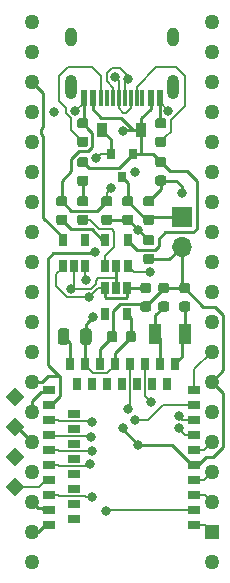
<source format=gbr>
G04 #@! TF.GenerationSoftware,KiCad,Pcbnew,(5.1.8)-1*
G04 #@! TF.CreationDate,2021-06-12T10:53:30+02:00*
G04 #@! TF.ProjectId,BlueMacro,426c7565-4d61-4637-926f-2e6b69636164,rev?*
G04 #@! TF.SameCoordinates,Original*
G04 #@! TF.FileFunction,Copper,L1,Top*
G04 #@! TF.FilePolarity,Positive*
%FSLAX46Y46*%
G04 Gerber Fmt 4.6, Leading zero omitted, Abs format (unit mm)*
G04 Created by KiCad (PCBNEW (5.1.8)-1) date 2021-06-12 10:53:30*
%MOMM*%
%LPD*%
G01*
G04 APERTURE LIST*
G04 #@! TA.AperFunction,ComponentPad*
%ADD10R,0.650000X1.000000*%
G04 #@! TD*
G04 #@! TA.AperFunction,ComponentPad*
%ADD11R,1.000000X0.650000*%
G04 #@! TD*
G04 #@! TA.AperFunction,SMDPad,CuDef*
%ADD12R,0.650000X1.000000*%
G04 #@! TD*
G04 #@! TA.AperFunction,SMDPad,CuDef*
%ADD13R,1.000000X0.650000*%
G04 #@! TD*
G04 #@! TA.AperFunction,WasherPad*
%ADD14C,1.270000*%
G04 #@! TD*
G04 #@! TA.AperFunction,ComponentPad*
%ADD15C,1.270000*%
G04 #@! TD*
G04 #@! TA.AperFunction,ComponentPad*
%ADD16R,1.250000X1.250000*%
G04 #@! TD*
G04 #@! TA.AperFunction,SMDPad,CuDef*
%ADD17R,0.900000X1.200000*%
G04 #@! TD*
G04 #@! TA.AperFunction,ComponentPad*
%ADD18R,1.700000X1.700000*%
G04 #@! TD*
G04 #@! TA.AperFunction,ComponentPad*
%ADD19O,1.700000X1.700000*%
G04 #@! TD*
G04 #@! TA.AperFunction,ComponentPad*
%ADD20O,1.000000X1.600000*%
G04 #@! TD*
G04 #@! TA.AperFunction,ComponentPad*
%ADD21O,1.000000X2.100000*%
G04 #@! TD*
G04 #@! TA.AperFunction,SMDPad,CuDef*
%ADD22R,0.300000X1.450000*%
G04 #@! TD*
G04 #@! TA.AperFunction,SMDPad,CuDef*
%ADD23R,0.600000X1.450000*%
G04 #@! TD*
G04 #@! TA.AperFunction,SMDPad,CuDef*
%ADD24R,0.800000X0.900000*%
G04 #@! TD*
G04 #@! TA.AperFunction,SMDPad,CuDef*
%ADD25R,0.650000X1.060000*%
G04 #@! TD*
G04 #@! TA.AperFunction,SMDPad,CuDef*
%ADD26R,1.000000X1.800000*%
G04 #@! TD*
G04 #@! TA.AperFunction,ComponentPad*
%ADD27C,0.100000*%
G04 #@! TD*
G04 #@! TA.AperFunction,ViaPad*
%ADD28C,0.800000*%
G04 #@! TD*
G04 #@! TA.AperFunction,Conductor*
%ADD29C,0.250000*%
G04 #@! TD*
G04 #@! TA.AperFunction,Conductor*
%ADD30C,0.200000*%
G04 #@! TD*
G04 APERTURE END LIST*
D10*
X48283000Y-58607000D03*
X44473000Y-58607000D03*
X45743000Y-58607000D03*
X49553000Y-58607000D03*
X47013000Y-58607000D03*
X52093000Y-58607000D03*
X50823000Y-58607000D03*
D11*
X44219000Y-70037000D03*
X44219000Y-68767000D03*
X44219000Y-67497000D03*
X44219000Y-66227000D03*
X44219000Y-64957000D03*
X44219000Y-63687000D03*
X44219000Y-62417000D03*
D12*
X47650000Y-56896000D03*
X43840000Y-56896000D03*
X48920000Y-56896000D03*
X50190000Y-56896000D03*
X51460000Y-56896000D03*
X46380000Y-56896000D03*
X52730000Y-56896000D03*
X45110000Y-56896000D03*
D13*
X42141000Y-59115000D03*
X42141000Y-60385000D03*
X42141000Y-65465000D03*
X42141000Y-61655000D03*
X42141000Y-66735000D03*
X42141000Y-68005000D03*
X42141000Y-69275000D03*
X42141000Y-64195000D03*
X42141000Y-70545000D03*
X42141000Y-62925000D03*
X54379000Y-70545000D03*
X54379000Y-69275000D03*
X54379000Y-68005000D03*
X54379000Y-66735000D03*
X54379000Y-65465000D03*
X54379000Y-64195000D03*
X54379000Y-62925000D03*
X54379000Y-61655000D03*
X54379000Y-60385000D03*
X54379000Y-59115000D03*
D11*
X44219000Y-61147000D03*
D14*
X55880000Y-27940000D03*
X40640000Y-27940000D03*
X55880000Y-73660000D03*
X40640000Y-73660000D03*
D15*
X40640000Y-71120000D03*
X40640000Y-68580000D03*
X40640000Y-66040000D03*
X40640000Y-63500000D03*
X40640000Y-60960000D03*
X40640000Y-53340000D03*
X40640000Y-50800000D03*
X40640000Y-48260000D03*
X40640000Y-55880000D03*
X40640000Y-58420000D03*
D16*
X55880000Y-71120000D03*
D15*
X55880000Y-68580000D03*
X55880000Y-66040000D03*
X55880000Y-63500000D03*
X55880000Y-60960000D03*
X55880000Y-58420000D03*
X55880000Y-55880000D03*
X55880000Y-53340000D03*
X55880000Y-50800000D03*
X55880000Y-48260000D03*
X55880000Y-45720000D03*
X55880000Y-43180000D03*
X40640000Y-45720000D03*
X40640000Y-43180000D03*
X40640000Y-40640000D03*
X40640000Y-38100000D03*
X40640000Y-35560000D03*
X40640000Y-33020000D03*
X40640000Y-30480000D03*
X55880000Y-30480000D03*
X55880000Y-33020000D03*
X55880000Y-35560000D03*
X55880000Y-38100000D03*
X55880000Y-40640000D03*
D17*
X46610000Y-37084000D03*
X49910000Y-37084000D03*
D18*
X53340000Y-44450000D03*
D19*
X53340000Y-46990000D03*
D20*
X43940000Y-29270000D03*
X52580000Y-29270000D03*
D21*
X43940000Y-33450000D03*
X52580000Y-33450000D03*
D22*
X48510000Y-34365000D03*
X48010000Y-34365000D03*
X47510000Y-34365000D03*
X49010000Y-34365000D03*
X47010000Y-34365000D03*
X49510000Y-34365000D03*
X46510000Y-34365000D03*
X50010000Y-34365000D03*
D23*
X50710000Y-34365000D03*
X45810000Y-34365000D03*
X51485000Y-34365000D03*
X45035000Y-34365000D03*
G04 #@! TA.AperFunction,SMDPad,CuDef*
G36*
G01*
X42849500Y-55066250D02*
X42849500Y-54153750D01*
G75*
G02*
X43093250Y-53910000I243750J0D01*
G01*
X43580750Y-53910000D01*
G75*
G02*
X43824500Y-54153750I0J-243750D01*
G01*
X43824500Y-55066250D01*
G75*
G02*
X43580750Y-55310000I-243750J0D01*
G01*
X43093250Y-55310000D01*
G75*
G02*
X42849500Y-55066250I0J243750D01*
G01*
G37*
G04 #@! TD.AperFunction*
G04 #@! TA.AperFunction,SMDPad,CuDef*
G36*
G01*
X44724500Y-55066250D02*
X44724500Y-54153750D01*
G75*
G02*
X44968250Y-53910000I243750J0D01*
G01*
X45455750Y-53910000D01*
G75*
G02*
X45699500Y-54153750I0J-243750D01*
G01*
X45699500Y-55066250D01*
G75*
G02*
X45455750Y-55310000I-243750J0D01*
G01*
X44968250Y-55310000D01*
G75*
G02*
X44724500Y-55066250I0J243750D01*
G01*
G37*
G04 #@! TD.AperFunction*
D24*
X49210000Y-39132000D03*
X47310000Y-39132000D03*
X48260000Y-41132000D03*
D25*
X46850260Y-46398000D03*
X48750260Y-46398000D03*
X48750260Y-48598000D03*
X47800260Y-48598000D03*
X46850260Y-48598000D03*
X48702000Y-50505000D03*
X47752000Y-50505000D03*
X46802000Y-50505000D03*
X46802000Y-52705000D03*
X48702000Y-52705000D03*
D26*
X53594000Y-54356000D03*
X51094000Y-54356000D03*
G04 #@! TA.AperFunction,ComponentPad*
D27*
G36*
X39243000Y-60467817D02*
G01*
X38465183Y-59690000D01*
X39243000Y-58912183D01*
X40020817Y-59690000D01*
X39243000Y-60467817D01*
G37*
G04 #@! TD.AperFunction*
G04 #@! TA.AperFunction,ComponentPad*
G36*
X39243000Y-63007817D02*
G01*
X38465183Y-62230000D01*
X39243000Y-61452183D01*
X40020817Y-62230000D01*
X39243000Y-63007817D01*
G37*
G04 #@! TD.AperFunction*
G04 #@! TA.AperFunction,ComponentPad*
G36*
X39243000Y-65547817D02*
G01*
X38465183Y-64770000D01*
X39243000Y-63992183D01*
X40020817Y-64770000D01*
X39243000Y-65547817D01*
G37*
G04 #@! TD.AperFunction*
G04 #@! TA.AperFunction,ComponentPad*
G36*
X39243000Y-68087817D02*
G01*
X38465183Y-67310000D01*
X39243000Y-66532183D01*
X40020817Y-67310000D01*
X39243000Y-68087817D01*
G37*
G04 #@! TD.AperFunction*
D25*
X43246000Y-48598000D03*
X44196000Y-48598000D03*
X45146000Y-48598000D03*
X45146000Y-46398000D03*
X43246000Y-46398000D03*
G04 #@! TA.AperFunction,SMDPad,CuDef*
G36*
G01*
X53850250Y-50932500D02*
X53337750Y-50932500D01*
G75*
G02*
X53119000Y-50713750I0J218750D01*
G01*
X53119000Y-50276250D01*
G75*
G02*
X53337750Y-50057500I218750J0D01*
G01*
X53850250Y-50057500D01*
G75*
G02*
X54069000Y-50276250I0J-218750D01*
G01*
X54069000Y-50713750D01*
G75*
G02*
X53850250Y-50932500I-218750J0D01*
G01*
G37*
G04 #@! TD.AperFunction*
G04 #@! TA.AperFunction,SMDPad,CuDef*
G36*
G01*
X53850250Y-52507500D02*
X53337750Y-52507500D01*
G75*
G02*
X53119000Y-52288750I0J218750D01*
G01*
X53119000Y-51851250D01*
G75*
G02*
X53337750Y-51632500I218750J0D01*
G01*
X53850250Y-51632500D01*
G75*
G02*
X54069000Y-51851250I0J-218750D01*
G01*
X54069000Y-52288750D01*
G75*
G02*
X53850250Y-52507500I-218750J0D01*
G01*
G37*
G04 #@! TD.AperFunction*
G04 #@! TA.AperFunction,SMDPad,CuDef*
G36*
G01*
X52072250Y-52507500D02*
X51559750Y-52507500D01*
G75*
G02*
X51341000Y-52288750I0J218750D01*
G01*
X51341000Y-51851250D01*
G75*
G02*
X51559750Y-51632500I218750J0D01*
G01*
X52072250Y-51632500D01*
G75*
G02*
X52291000Y-51851250I0J-218750D01*
G01*
X52291000Y-52288750D01*
G75*
G02*
X52072250Y-52507500I-218750J0D01*
G01*
G37*
G04 #@! TD.AperFunction*
G04 #@! TA.AperFunction,SMDPad,CuDef*
G36*
G01*
X52072250Y-50932500D02*
X51559750Y-50932500D01*
G75*
G02*
X51341000Y-50713750I0J218750D01*
G01*
X51341000Y-50276250D01*
G75*
G02*
X51559750Y-50057500I218750J0D01*
G01*
X52072250Y-50057500D01*
G75*
G02*
X52291000Y-50276250I0J-218750D01*
G01*
X52291000Y-50713750D01*
G75*
G02*
X52072250Y-50932500I-218750J0D01*
G01*
G37*
G04 #@! TD.AperFunction*
G04 #@! TA.AperFunction,SMDPad,CuDef*
G36*
G01*
X50035750Y-50057500D02*
X50548250Y-50057500D01*
G75*
G02*
X50767000Y-50276250I0J-218750D01*
G01*
X50767000Y-50713750D01*
G75*
G02*
X50548250Y-50932500I-218750J0D01*
G01*
X50035750Y-50932500D01*
G75*
G02*
X49817000Y-50713750I0J218750D01*
G01*
X49817000Y-50276250D01*
G75*
G02*
X50035750Y-50057500I218750J0D01*
G01*
G37*
G04 #@! TD.AperFunction*
G04 #@! TA.AperFunction,SMDPad,CuDef*
G36*
G01*
X50035750Y-51632500D02*
X50548250Y-51632500D01*
G75*
G02*
X50767000Y-51851250I0J-218750D01*
G01*
X50767000Y-52288750D01*
G75*
G02*
X50548250Y-52507500I-218750J0D01*
G01*
X50035750Y-52507500D01*
G75*
G02*
X49817000Y-52288750I0J218750D01*
G01*
X49817000Y-51851250D01*
G75*
G02*
X50035750Y-51632500I218750J0D01*
G01*
G37*
G04 #@! TD.AperFunction*
G04 #@! TA.AperFunction,SMDPad,CuDef*
G36*
G01*
X50802250Y-45167000D02*
X50289750Y-45167000D01*
G75*
G02*
X50071000Y-44948250I0J218750D01*
G01*
X50071000Y-44510750D01*
G75*
G02*
X50289750Y-44292000I218750J0D01*
G01*
X50802250Y-44292000D01*
G75*
G02*
X51021000Y-44510750I0J-218750D01*
G01*
X51021000Y-44948250D01*
G75*
G02*
X50802250Y-45167000I-218750J0D01*
G01*
G37*
G04 #@! TD.AperFunction*
G04 #@! TA.AperFunction,SMDPad,CuDef*
G36*
G01*
X50802250Y-43592000D02*
X50289750Y-43592000D01*
G75*
G02*
X50071000Y-43373250I0J218750D01*
G01*
X50071000Y-42935750D01*
G75*
G02*
X50289750Y-42717000I218750J0D01*
G01*
X50802250Y-42717000D01*
G75*
G02*
X51021000Y-42935750I0J-218750D01*
G01*
X51021000Y-43373250D01*
G75*
G02*
X50802250Y-43592000I-218750J0D01*
G01*
G37*
G04 #@! TD.AperFunction*
G04 #@! TA.AperFunction,SMDPad,CuDef*
G36*
G01*
X47884500Y-54353750D02*
X47884500Y-54866250D01*
G75*
G02*
X47665750Y-55085000I-218750J0D01*
G01*
X47228250Y-55085000D01*
G75*
G02*
X47009500Y-54866250I0J218750D01*
G01*
X47009500Y-54353750D01*
G75*
G02*
X47228250Y-54135000I218750J0D01*
G01*
X47665750Y-54135000D01*
G75*
G02*
X47884500Y-54353750I0J-218750D01*
G01*
G37*
G04 #@! TD.AperFunction*
G04 #@! TA.AperFunction,SMDPad,CuDef*
G36*
G01*
X49459500Y-54353750D02*
X49459500Y-54866250D01*
G75*
G02*
X49240750Y-55085000I-218750J0D01*
G01*
X48803250Y-55085000D01*
G75*
G02*
X48584500Y-54866250I0J218750D01*
G01*
X48584500Y-54353750D01*
G75*
G02*
X48803250Y-54135000I218750J0D01*
G01*
X49240750Y-54135000D01*
G75*
G02*
X49459500Y-54353750I0J-218750D01*
G01*
G37*
G04 #@! TD.AperFunction*
G04 #@! TA.AperFunction,SMDPad,CuDef*
G36*
G01*
X47246250Y-43592000D02*
X46733750Y-43592000D01*
G75*
G02*
X46515000Y-43373250I0J218750D01*
G01*
X46515000Y-42935750D01*
G75*
G02*
X46733750Y-42717000I218750J0D01*
G01*
X47246250Y-42717000D01*
G75*
G02*
X47465000Y-42935750I0J-218750D01*
G01*
X47465000Y-43373250D01*
G75*
G02*
X47246250Y-43592000I-218750J0D01*
G01*
G37*
G04 #@! TD.AperFunction*
G04 #@! TA.AperFunction,SMDPad,CuDef*
G36*
G01*
X47246250Y-45167000D02*
X46733750Y-45167000D01*
G75*
G02*
X46515000Y-44948250I0J218750D01*
G01*
X46515000Y-44510750D01*
G75*
G02*
X46733750Y-44292000I218750J0D01*
G01*
X47246250Y-44292000D01*
G75*
G02*
X47465000Y-44510750I0J-218750D01*
G01*
X47465000Y-44948250D01*
G75*
G02*
X47246250Y-45167000I-218750J0D01*
G01*
G37*
G04 #@! TD.AperFunction*
G04 #@! TA.AperFunction,SMDPad,CuDef*
G36*
G01*
X45214250Y-41865000D02*
X44701750Y-41865000D01*
G75*
G02*
X44483000Y-41646250I0J218750D01*
G01*
X44483000Y-41208750D01*
G75*
G02*
X44701750Y-40990000I218750J0D01*
G01*
X45214250Y-40990000D01*
G75*
G02*
X45433000Y-41208750I0J-218750D01*
G01*
X45433000Y-41646250D01*
G75*
G02*
X45214250Y-41865000I-218750J0D01*
G01*
G37*
G04 #@! TD.AperFunction*
G04 #@! TA.AperFunction,SMDPad,CuDef*
G36*
G01*
X45214250Y-40290000D02*
X44701750Y-40290000D01*
G75*
G02*
X44483000Y-40071250I0J218750D01*
G01*
X44483000Y-39633750D01*
G75*
G02*
X44701750Y-39415000I218750J0D01*
G01*
X45214250Y-39415000D01*
G75*
G02*
X45433000Y-39633750I0J-218750D01*
G01*
X45433000Y-40071250D01*
G75*
G02*
X45214250Y-40290000I-218750J0D01*
G01*
G37*
G04 #@! TD.AperFunction*
G04 #@! TA.AperFunction,SMDPad,CuDef*
G36*
G01*
X51305750Y-39389500D02*
X51818250Y-39389500D01*
G75*
G02*
X52037000Y-39608250I0J-218750D01*
G01*
X52037000Y-40045750D01*
G75*
G02*
X51818250Y-40264500I-218750J0D01*
G01*
X51305750Y-40264500D01*
G75*
G02*
X51087000Y-40045750I0J218750D01*
G01*
X51087000Y-39608250D01*
G75*
G02*
X51305750Y-39389500I218750J0D01*
G01*
G37*
G04 #@! TD.AperFunction*
G04 #@! TA.AperFunction,SMDPad,CuDef*
G36*
G01*
X51305750Y-40964500D02*
X51818250Y-40964500D01*
G75*
G02*
X52037000Y-41183250I0J-218750D01*
G01*
X52037000Y-41620750D01*
G75*
G02*
X51818250Y-41839500I-218750J0D01*
G01*
X51305750Y-41839500D01*
G75*
G02*
X51087000Y-41620750I0J218750D01*
G01*
X51087000Y-41183250D01*
G75*
G02*
X51305750Y-40964500I218750J0D01*
G01*
G37*
G04 #@! TD.AperFunction*
G04 #@! TA.AperFunction,SMDPad,CuDef*
G36*
G01*
X42923750Y-42717000D02*
X43436250Y-42717000D01*
G75*
G02*
X43655000Y-42935750I0J-218750D01*
G01*
X43655000Y-43373250D01*
G75*
G02*
X43436250Y-43592000I-218750J0D01*
G01*
X42923750Y-43592000D01*
G75*
G02*
X42705000Y-43373250I0J218750D01*
G01*
X42705000Y-42935750D01*
G75*
G02*
X42923750Y-42717000I218750J0D01*
G01*
G37*
G04 #@! TD.AperFunction*
G04 #@! TA.AperFunction,SMDPad,CuDef*
G36*
G01*
X42923750Y-44292000D02*
X43436250Y-44292000D01*
G75*
G02*
X43655000Y-44510750I0J-218750D01*
G01*
X43655000Y-44948250D01*
G75*
G02*
X43436250Y-45167000I-218750J0D01*
G01*
X42923750Y-45167000D01*
G75*
G02*
X42705000Y-44948250I0J218750D01*
G01*
X42705000Y-44510750D01*
G75*
G02*
X42923750Y-44292000I218750J0D01*
G01*
G37*
G04 #@! TD.AperFunction*
G04 #@! TA.AperFunction,SMDPad,CuDef*
G36*
G01*
X45214250Y-43592000D02*
X44701750Y-43592000D01*
G75*
G02*
X44483000Y-43373250I0J218750D01*
G01*
X44483000Y-42935750D01*
G75*
G02*
X44701750Y-42717000I218750J0D01*
G01*
X45214250Y-42717000D01*
G75*
G02*
X45433000Y-42935750I0J-218750D01*
G01*
X45433000Y-43373250D01*
G75*
G02*
X45214250Y-43592000I-218750J0D01*
G01*
G37*
G04 #@! TD.AperFunction*
G04 #@! TA.AperFunction,SMDPad,CuDef*
G36*
G01*
X45214250Y-45167000D02*
X44701750Y-45167000D01*
G75*
G02*
X44483000Y-44948250I0J218750D01*
G01*
X44483000Y-44510750D01*
G75*
G02*
X44701750Y-44292000I218750J0D01*
G01*
X45214250Y-44292000D01*
G75*
G02*
X45433000Y-44510750I0J-218750D01*
G01*
X45433000Y-44948250D01*
G75*
G02*
X45214250Y-45167000I-218750J0D01*
G01*
G37*
G04 #@! TD.AperFunction*
G04 #@! TA.AperFunction,SMDPad,CuDef*
G36*
G01*
X48511750Y-42717000D02*
X49024250Y-42717000D01*
G75*
G02*
X49243000Y-42935750I0J-218750D01*
G01*
X49243000Y-43373250D01*
G75*
G02*
X49024250Y-43592000I-218750J0D01*
G01*
X48511750Y-43592000D01*
G75*
G02*
X48293000Y-43373250I0J218750D01*
G01*
X48293000Y-42935750D01*
G75*
G02*
X48511750Y-42717000I218750J0D01*
G01*
G37*
G04 #@! TD.AperFunction*
G04 #@! TA.AperFunction,SMDPad,CuDef*
G36*
G01*
X48511750Y-44292000D02*
X49024250Y-44292000D01*
G75*
G02*
X49243000Y-44510750I0J-218750D01*
G01*
X49243000Y-44948250D01*
G75*
G02*
X49024250Y-45167000I-218750J0D01*
G01*
X48511750Y-45167000D01*
G75*
G02*
X48293000Y-44948250I0J218750D01*
G01*
X48293000Y-44510750D01*
G75*
G02*
X48511750Y-44292000I218750J0D01*
G01*
G37*
G04 #@! TD.AperFunction*
G04 #@! TA.AperFunction,SMDPad,CuDef*
G36*
G01*
X50289750Y-47594000D02*
X50802250Y-47594000D01*
G75*
G02*
X51021000Y-47812750I0J-218750D01*
G01*
X51021000Y-48250250D01*
G75*
G02*
X50802250Y-48469000I-218750J0D01*
G01*
X50289750Y-48469000D01*
G75*
G02*
X50071000Y-48250250I0J218750D01*
G01*
X50071000Y-47812750D01*
G75*
G02*
X50289750Y-47594000I218750J0D01*
G01*
G37*
G04 #@! TD.AperFunction*
G04 #@! TA.AperFunction,SMDPad,CuDef*
G36*
G01*
X50289750Y-46019000D02*
X50802250Y-46019000D01*
G75*
G02*
X51021000Y-46237750I0J-218750D01*
G01*
X51021000Y-46675250D01*
G75*
G02*
X50802250Y-46894000I-218750J0D01*
G01*
X50289750Y-46894000D01*
G75*
G02*
X50071000Y-46675250I0J218750D01*
G01*
X50071000Y-46237750D01*
G75*
G02*
X50289750Y-46019000I218750J0D01*
G01*
G37*
G04 #@! TD.AperFunction*
G04 #@! TA.AperFunction,SMDPad,CuDef*
G36*
G01*
X44701750Y-36113000D02*
X45214250Y-36113000D01*
G75*
G02*
X45433000Y-36331750I0J-218750D01*
G01*
X45433000Y-36769250D01*
G75*
G02*
X45214250Y-36988000I-218750J0D01*
G01*
X44701750Y-36988000D01*
G75*
G02*
X44483000Y-36769250I0J218750D01*
G01*
X44483000Y-36331750D01*
G75*
G02*
X44701750Y-36113000I218750J0D01*
G01*
G37*
G04 #@! TD.AperFunction*
G04 #@! TA.AperFunction,SMDPad,CuDef*
G36*
G01*
X44701750Y-37688000D02*
X45214250Y-37688000D01*
G75*
G02*
X45433000Y-37906750I0J-218750D01*
G01*
X45433000Y-38344250D01*
G75*
G02*
X45214250Y-38563000I-218750J0D01*
G01*
X44701750Y-38563000D01*
G75*
G02*
X44483000Y-38344250I0J218750D01*
G01*
X44483000Y-37906750D01*
G75*
G02*
X44701750Y-37688000I218750J0D01*
G01*
G37*
G04 #@! TD.AperFunction*
G04 #@! TA.AperFunction,SMDPad,CuDef*
G36*
G01*
X51305750Y-37688000D02*
X51818250Y-37688000D01*
G75*
G02*
X52037000Y-37906750I0J-218750D01*
G01*
X52037000Y-38344250D01*
G75*
G02*
X51818250Y-38563000I-218750J0D01*
G01*
X51305750Y-38563000D01*
G75*
G02*
X51087000Y-38344250I0J218750D01*
G01*
X51087000Y-37906750D01*
G75*
G02*
X51305750Y-37688000I218750J0D01*
G01*
G37*
G04 #@! TD.AperFunction*
G04 #@! TA.AperFunction,SMDPad,CuDef*
G36*
G01*
X51305750Y-36113000D02*
X51818250Y-36113000D01*
G75*
G02*
X52037000Y-36331750I0J-218750D01*
G01*
X52037000Y-36769250D01*
G75*
G02*
X51818250Y-36988000I-218750J0D01*
G01*
X51305750Y-36988000D01*
G75*
G02*
X51087000Y-36769250I0J218750D01*
G01*
X51087000Y-36331750D01*
G75*
G02*
X51305750Y-36113000I218750J0D01*
G01*
G37*
G04 #@! TD.AperFunction*
D28*
X53340000Y-42418000D03*
X52203831Y-35488064D03*
X44316172Y-35488067D03*
X43942000Y-50546000D03*
X47371000Y-42037000D03*
X49657000Y-63754000D03*
X48338011Y-62357000D03*
X46101000Y-39522400D03*
X45510218Y-51246002D03*
X50673000Y-49149000D03*
X45835649Y-52973684D03*
X49657000Y-45593000D03*
X49403000Y-61631990D03*
X48387000Y-37211000D03*
X45966029Y-47482409D03*
X45755300Y-68160775D03*
X48768000Y-32766000D03*
X45666660Y-63121540D03*
X47726976Y-32628914D03*
X45719991Y-61848991D03*
X45247876Y-49774684D03*
X45574265Y-65386271D03*
X45758100Y-64297560D03*
X53085990Y-62357000D03*
X53086000Y-61341000D03*
X42545000Y-35560000D03*
X49403000Y-40640000D03*
X48768000Y-60706000D03*
X50747991Y-60161560D03*
X46956980Y-69377560D03*
D29*
X39370000Y-62230000D02*
X40640000Y-63500000D01*
X53340000Y-46990000D02*
X53339999Y-48192082D01*
X51485000Y-34790000D02*
X51485000Y-34365000D01*
X45035000Y-36473500D02*
X44958000Y-36550500D01*
X45035000Y-34365000D02*
X45035000Y-36473500D01*
X51485000Y-36473500D02*
X51562000Y-36550500D01*
X51485000Y-34365000D02*
X51485000Y-36473500D01*
X51816000Y-50495000D02*
X53594000Y-50495000D01*
X47475000Y-54190000D02*
X47475000Y-54610000D01*
X46380000Y-55677000D02*
X47447000Y-54610000D01*
X46380000Y-56896000D02*
X46380000Y-55677000D01*
X50292000Y-52019000D02*
X51816000Y-50495000D01*
X50292000Y-52070000D02*
X50292000Y-52019000D01*
X51562000Y-42138500D02*
X50546000Y-43154500D01*
X51562000Y-41402000D02*
X51562000Y-42138500D01*
X43180000Y-43154500D02*
X43180000Y-41427500D01*
X45758010Y-37350510D02*
X45419612Y-37012112D01*
X45758010Y-38569484D02*
X45758010Y-37350510D01*
X45439484Y-38888010D02*
X45758010Y-38569484D01*
X45419612Y-37012112D02*
X44958000Y-36550500D01*
X44677990Y-38888010D02*
X45439484Y-38888010D01*
X43980010Y-39585990D02*
X44677990Y-38888010D01*
X43980010Y-40627490D02*
X43980010Y-39585990D01*
X43180000Y-41427500D02*
X43980010Y-40627490D01*
X47752000Y-49657000D02*
X47752000Y-50505000D01*
D30*
X51485000Y-34769233D02*
X52203831Y-35488064D01*
X51485000Y-34365000D02*
X51485000Y-34769233D01*
X44336933Y-35488067D02*
X44316172Y-35488067D01*
X45035000Y-34365000D02*
X45035000Y-34790000D01*
X45035000Y-34790000D02*
X44336933Y-35488067D01*
X44196000Y-48598000D02*
X44196000Y-50292000D01*
X44196000Y-50292000D02*
X43942000Y-50546000D01*
X46990000Y-43154500D02*
X46990000Y-42418000D01*
X46990000Y-42418000D02*
X47371000Y-42037000D01*
D29*
X49657000Y-63754000D02*
X48338011Y-62435011D01*
X48338011Y-62435011D02*
X48338011Y-62357000D01*
X56134000Y-52070000D02*
X56815001Y-52751001D01*
X53594000Y-50495000D02*
X55169000Y-52070000D01*
X55169000Y-52070000D02*
X56134000Y-52070000D01*
X53342540Y-42415460D02*
X53340000Y-42418000D01*
X52880360Y-41427500D02*
X53342540Y-41889680D01*
X53342540Y-41889680D02*
X53342540Y-42415460D01*
X51587500Y-41427500D02*
X52880360Y-41427500D01*
X51562000Y-41402000D02*
X51587500Y-41427500D01*
D30*
X44507685Y-50546000D02*
X43942000Y-50546000D01*
X45613002Y-50546000D02*
X44507685Y-50546000D01*
X46039001Y-50120001D02*
X45613002Y-50546000D01*
X46039001Y-49866001D02*
X46039001Y-50120001D01*
X46248002Y-49657000D02*
X46039001Y-49866001D01*
X47752000Y-49657000D02*
X46248002Y-49657000D01*
D29*
X54204000Y-65465000D02*
X54379000Y-65465000D01*
X52493000Y-63754000D02*
X54204000Y-65465000D01*
X49657000Y-63754000D02*
X52493000Y-63754000D01*
X56514999Y-59054999D02*
X55880000Y-58420000D01*
X56845200Y-59385200D02*
X56514999Y-59054999D01*
X56845200Y-63918602D02*
X56845200Y-59385200D01*
X55993802Y-64770000D02*
X56845200Y-63918602D01*
X55372000Y-64770000D02*
X55993802Y-64770000D01*
X54677000Y-65465000D02*
X55372000Y-64770000D01*
X54379000Y-65465000D02*
X54677000Y-65465000D01*
X47447000Y-54135000D02*
X47447000Y-54610000D01*
X47520860Y-52446138D02*
X47520860Y-54061140D01*
X48143378Y-51823620D02*
X47520860Y-52446138D01*
X50045620Y-51823620D02*
X48143378Y-51823620D01*
X50292000Y-52070000D02*
X50045620Y-51823620D01*
X47520860Y-54061140D02*
X47447000Y-54135000D01*
X56860440Y-57439560D02*
X55880000Y-58420000D01*
X56860440Y-52796440D02*
X56860440Y-57439560D01*
X56815001Y-52751001D02*
X56860440Y-52796440D01*
X52298500Y-48031500D02*
X50546000Y-48031500D01*
X53340000Y-46990000D02*
X52298500Y-48031500D01*
X47752000Y-48641220D02*
X47752000Y-49657000D01*
X47795220Y-48598000D02*
X47752000Y-48641220D01*
X46528388Y-43616112D02*
X46990000Y-43154500D01*
X46202500Y-43942000D02*
X46528388Y-43616112D01*
X43967500Y-43942000D02*
X46202500Y-43942000D01*
X43180000Y-43154500D02*
X43967500Y-43942000D01*
X53340000Y-50241000D02*
X53594000Y-50495000D01*
X53340000Y-46990000D02*
X53340000Y-50241000D01*
D30*
X53086000Y-56540000D02*
X52730000Y-56896000D01*
D29*
X53340000Y-54610000D02*
X53594000Y-54356000D01*
X52730000Y-56896000D02*
X53340000Y-56286000D01*
X53340000Y-56286000D02*
X53340000Y-54610000D01*
X53594000Y-52070000D02*
X53594000Y-54356000D01*
D30*
X51460000Y-56896000D02*
X51460000Y-56721000D01*
D29*
X51460000Y-54722000D02*
X51094000Y-54356000D01*
X51460000Y-56896000D02*
X51460000Y-54722000D01*
X51094000Y-52792000D02*
X51816000Y-52070000D01*
X51094000Y-54356000D02*
X51094000Y-52792000D01*
X46610000Y-37084000D02*
X46610000Y-37212000D01*
X47310000Y-37912000D02*
X47310000Y-39132000D01*
X46610000Y-37212000D02*
X47310000Y-37912000D01*
X50282000Y-50505000D02*
X50292000Y-50495000D01*
X48702000Y-50505000D02*
X50282000Y-50505000D01*
D30*
X46802000Y-50505000D02*
X46277000Y-50505000D01*
X46277000Y-50505000D02*
X46254847Y-50505000D01*
X47310000Y-39132000D02*
X46491400Y-39132000D01*
X46491400Y-39132000D02*
X46101000Y-39522400D01*
D29*
X48702000Y-51285000D02*
X48702000Y-50505000D01*
X46890609Y-51373609D02*
X48613391Y-51373609D01*
X46802000Y-51285000D02*
X46890609Y-51373609D01*
X46802000Y-50505000D02*
X46802000Y-51285000D01*
X48613391Y-51373609D02*
X48702000Y-51285000D01*
D30*
X42721000Y-49328000D02*
X43246000Y-48803000D01*
X43246000Y-48803000D02*
X43246000Y-48598000D01*
X42721000Y-50361004D02*
X42721000Y-49328000D01*
X43605998Y-51246002D02*
X42721000Y-50361004D01*
X45510218Y-51246002D02*
X43605998Y-51246002D01*
X46251220Y-50505000D02*
X45510218Y-51246002D01*
X46277000Y-50505000D02*
X46251220Y-50505000D01*
X45510218Y-51246002D02*
X45510218Y-51246002D01*
D29*
X50825500Y-44450000D02*
X50546000Y-44729500D01*
X53340000Y-44450000D02*
X50825500Y-44450000D01*
X50343000Y-44729500D02*
X48768000Y-43154500D01*
X50546000Y-44729500D02*
X50343000Y-44729500D01*
X48768000Y-41640000D02*
X48260000Y-41132000D01*
X48768000Y-43154500D02*
X48768000Y-41640000D01*
D30*
X49296220Y-49149000D02*
X48745220Y-48598000D01*
X50673000Y-49149000D02*
X49296220Y-49149000D01*
X47650000Y-56896000D02*
X47650000Y-56721000D01*
D29*
X47650000Y-55982000D02*
X49022000Y-54610000D01*
X47650000Y-56896000D02*
X47650000Y-55982000D01*
X49022000Y-53025000D02*
X48702000Y-52705000D01*
X49022000Y-54610000D02*
X49022000Y-53025000D01*
X45212000Y-53597333D02*
X45435650Y-53373683D01*
X45212000Y-54610000D02*
X45212000Y-53597333D01*
X45435650Y-53373683D02*
X45835649Y-52973684D01*
X45110000Y-56896000D02*
X45110000Y-54712000D01*
X45110000Y-54712000D02*
X45212000Y-54610000D01*
D30*
X47650000Y-57071000D02*
X47650000Y-56896000D01*
X46994420Y-57726580D02*
X47650000Y-57071000D01*
X45788580Y-57726580D02*
X46994420Y-57726580D01*
X45110000Y-57048000D02*
X45788580Y-57726580D01*
X45110000Y-56896000D02*
X45110000Y-57048000D01*
X54204000Y-60385000D02*
X54379000Y-60385000D01*
D29*
X46990000Y-44729500D02*
X48768000Y-44729500D01*
X48819000Y-44729500D02*
X50546000Y-46456500D01*
X48768000Y-44729500D02*
X48819000Y-44729500D01*
D30*
X48768000Y-44729500D02*
X49631500Y-45593000D01*
X49631500Y-45593000D02*
X49657000Y-45593000D01*
X51727019Y-60385000D02*
X50480029Y-61631990D01*
X49968685Y-61631990D02*
X49403000Y-61631990D01*
X50480029Y-61631990D02*
X49968685Y-61631990D01*
X54379000Y-60385000D02*
X51727019Y-60385000D01*
D29*
X42046025Y-57912000D02*
X42966001Y-57912000D01*
X41538025Y-58420000D02*
X42046025Y-57912000D01*
X40640000Y-58420000D02*
X41538025Y-58420000D01*
D30*
X45810000Y-34365000D02*
X45810000Y-35015000D01*
D29*
X49910000Y-36140000D02*
X49910000Y-37084000D01*
X50710000Y-34365000D02*
X50710000Y-35340000D01*
X50710000Y-35340000D02*
X49910000Y-36140000D01*
X49210000Y-37084000D02*
X49910000Y-37084000D01*
X46538000Y-36068000D02*
X48194000Y-36068000D01*
X48194000Y-36068000D02*
X49210000Y-37084000D01*
X45810000Y-35340000D02*
X46538000Y-36068000D01*
X45810000Y-34365000D02*
X45810000Y-35340000D01*
X49860000Y-39132000D02*
X49210000Y-39132000D01*
X49910000Y-39082000D02*
X49860000Y-39132000D01*
X49910000Y-37084000D02*
X49910000Y-39082000D01*
X50867000Y-39132000D02*
X51562000Y-39827000D01*
X49210000Y-39132000D02*
X50867000Y-39132000D01*
X44958000Y-39852500D02*
X45454501Y-40349001D01*
X45454501Y-40349001D02*
X48042999Y-40349001D01*
X49210000Y-39182000D02*
X49210000Y-39132000D01*
X48042999Y-40349001D02*
X49210000Y-39182000D01*
X49910000Y-37084000D02*
X48514000Y-37084000D01*
X48514000Y-37084000D02*
X48387000Y-37211000D01*
X45876778Y-47571660D02*
X45966029Y-47482409D01*
X42471340Y-47571660D02*
X45876778Y-47571660D01*
X42037000Y-48006000D02*
X42471340Y-47571660D01*
X42037000Y-56982999D02*
X42037000Y-48006000D01*
X42966001Y-57912000D02*
X42037000Y-56982999D01*
X48745220Y-46398000D02*
X48702000Y-46398000D01*
X49586140Y-47238920D02*
X48745220Y-46398000D01*
X51391820Y-46324520D02*
X51391820Y-46934120D01*
X54314362Y-45760640D02*
X51955700Y-45760640D01*
X54610000Y-45465002D02*
X54314362Y-45760640D01*
X54610000Y-41453506D02*
X54610000Y-45465002D01*
X53771504Y-40615010D02*
X54610000Y-41453506D01*
X51391820Y-46934120D02*
X51087020Y-47238920D01*
X51955700Y-45760640D02*
X51391820Y-46324520D01*
X52350010Y-40615010D02*
X53771504Y-40615010D01*
X51087020Y-47238920D02*
X49586140Y-47238920D01*
X51562000Y-39827000D02*
X52350010Y-40615010D01*
X43004740Y-59651900D02*
X43004740Y-57950739D01*
X42271640Y-60385000D02*
X43004740Y-59651900D01*
X43004740Y-57950739D02*
X42966001Y-57912000D01*
X42141000Y-60385000D02*
X42271640Y-60385000D01*
X44958000Y-43154500D02*
X44958000Y-41427500D01*
X42141000Y-68005000D02*
X41966000Y-68005000D01*
D30*
X42841000Y-68005000D02*
X42977999Y-68141999D01*
X42141000Y-68005000D02*
X42841000Y-68005000D01*
X45189615Y-68160775D02*
X45755300Y-68160775D01*
X45170839Y-68141999D02*
X45189615Y-68160775D01*
X42977999Y-68141999D02*
X45170839Y-68141999D01*
X41850000Y-66735000D02*
X42141000Y-66735000D01*
X39370000Y-67310000D02*
X41275000Y-67310000D01*
X41275000Y-67310000D02*
X41850000Y-66735000D01*
X48510000Y-33440000D02*
X48510000Y-34365000D01*
X48510000Y-33151000D02*
X48510000Y-33440000D01*
X48629001Y-33031999D02*
X48510000Y-33151000D01*
X48629001Y-32766000D02*
X48629001Y-33031999D01*
X48629001Y-32766000D02*
X48768000Y-32766000D01*
X46976975Y-32988915D02*
X46976975Y-32268913D01*
X46976975Y-32268913D02*
X47396904Y-31848984D01*
X48629001Y-32373001D02*
X48629001Y-32766000D01*
X48104984Y-31848984D02*
X48629001Y-32373001D01*
X47396904Y-31848984D02*
X48104984Y-31848984D01*
X47510000Y-34365000D02*
X47510000Y-33521940D01*
X47510000Y-33521940D02*
X46976975Y-32988915D01*
X42277999Y-63061999D02*
X45607119Y-63061999D01*
X45607119Y-63061999D02*
X45666660Y-63121540D01*
X42141000Y-62925000D02*
X42277999Y-63061999D01*
X48362989Y-35642989D02*
X48657011Y-35642989D01*
X49010000Y-35290000D02*
X49010000Y-34365000D01*
X48010000Y-35290000D02*
X48362989Y-35642989D01*
X48657011Y-35642989D02*
X49010000Y-35290000D01*
X48010000Y-34365000D02*
X48010000Y-35290000D01*
X48010000Y-34365000D02*
X48010000Y-32911938D01*
X48010000Y-32911938D02*
X47726976Y-32628914D01*
X42841000Y-61655000D02*
X42958001Y-61772001D01*
X45643001Y-61772001D02*
X45719991Y-61848991D01*
X42958001Y-61772001D02*
X45643001Y-61772001D01*
X42141000Y-61655000D02*
X42841000Y-61655000D01*
X53594000Y-32512000D02*
X53594000Y-35087860D01*
X52832000Y-31750000D02*
X53594000Y-32512000D01*
X52385998Y-36295862D02*
X52385998Y-37301502D01*
X49510000Y-34365000D02*
X49510000Y-33440000D01*
X51200000Y-31750000D02*
X52832000Y-31750000D01*
X52023612Y-37663888D02*
X51562000Y-38125500D01*
X52385998Y-37301502D02*
X52023612Y-37663888D01*
X53594000Y-35087860D02*
X52385998Y-36295862D01*
X49510000Y-33440000D02*
X51200000Y-31750000D01*
X44496388Y-37663888D02*
X44958000Y-38125500D01*
X42926000Y-34654000D02*
X43495997Y-35223999D01*
X43495997Y-35223999D02*
X43495997Y-35657857D01*
X43495997Y-35657857D02*
X43955010Y-36116870D01*
X43955010Y-36116870D02*
X43955010Y-37122510D01*
X43955010Y-37122510D02*
X44496388Y-37663888D01*
X45720000Y-31750000D02*
X43688000Y-31750000D01*
X46510000Y-32540000D02*
X45720000Y-31750000D01*
X42926000Y-32512000D02*
X42926000Y-34654000D01*
X43688000Y-31750000D02*
X42926000Y-32512000D01*
X46510000Y-34365000D02*
X46510000Y-32540000D01*
D29*
X43840000Y-55113000D02*
X43337000Y-54610000D01*
X43840000Y-56896000D02*
X43840000Y-55113000D01*
X43641612Y-45191112D02*
X43180000Y-44729500D01*
X43960510Y-45510010D02*
X43641612Y-45191112D01*
X46600444Y-46398000D02*
X45712454Y-45510010D01*
X45712454Y-45510010D02*
X43960510Y-45510010D01*
X46845220Y-46398000D02*
X46600444Y-46398000D01*
D30*
X46845220Y-47824780D02*
X46845220Y-48598000D01*
X47625000Y-47045000D02*
X46845220Y-47824780D01*
X47406560Y-45501560D02*
X47625000Y-45720000D01*
X46305060Y-45501560D02*
X47406560Y-45501560D01*
X47625000Y-45720000D02*
X47625000Y-47045000D01*
X45533000Y-44729500D02*
X46305060Y-45501560D01*
X44958000Y-44729500D02*
X45533000Y-44729500D01*
D29*
X41977000Y-59115000D02*
X42141000Y-59115000D01*
X41783000Y-59309000D02*
X41977000Y-59115000D01*
X41402000Y-59309000D02*
X41783000Y-59309000D01*
X40640000Y-60960000D02*
X40640000Y-60071000D01*
X40640000Y-60071000D02*
X41402000Y-59309000D01*
D30*
X45146000Y-49672808D02*
X45247876Y-49774684D01*
X45146000Y-48598000D02*
X45146000Y-49672808D01*
X55305000Y-70545000D02*
X55880000Y-71120000D01*
X54379000Y-70545000D02*
X55305000Y-70545000D01*
X55305000Y-68005000D02*
X55880000Y-68580000D01*
X54379000Y-68005000D02*
X55305000Y-68005000D01*
X55185000Y-66735000D02*
X55880000Y-66040000D01*
X54379000Y-66735000D02*
X55185000Y-66735000D01*
X55185000Y-64195000D02*
X55880000Y-63500000D01*
X54379000Y-64195000D02*
X55185000Y-64195000D01*
X42841000Y-65465000D02*
X42958001Y-65582001D01*
X42141000Y-65465000D02*
X42841000Y-65465000D01*
X42958001Y-65582001D02*
X45378535Y-65582001D01*
X45378535Y-65582001D02*
X45574265Y-65386271D01*
D29*
X41716000Y-69275000D02*
X42141000Y-69275000D01*
X41529000Y-69088000D02*
X41716000Y-69275000D01*
X40640000Y-68580000D02*
X41148000Y-69088000D01*
X41148000Y-69088000D02*
X41529000Y-69088000D01*
D30*
X45723661Y-64331999D02*
X45758100Y-64297560D01*
X42141000Y-64195000D02*
X42841000Y-64195000D01*
X42841000Y-64195000D02*
X42977999Y-64331999D01*
X42977999Y-64331999D02*
X45723661Y-64331999D01*
D29*
X42074000Y-70612000D02*
X42141000Y-70545000D01*
X41656000Y-70612000D02*
X42074000Y-70612000D01*
X40640000Y-71120000D02*
X41148000Y-71120000D01*
X41148000Y-71120000D02*
X41656000Y-70612000D01*
X43246000Y-46193000D02*
X43246000Y-46398000D01*
X40640000Y-33020000D02*
X41600001Y-33980001D01*
X41600001Y-37639199D02*
X41600001Y-44547001D01*
X41438996Y-37478194D02*
X41600001Y-37639199D01*
X41600001Y-33980001D02*
X41600001Y-36828993D01*
X41600001Y-44547001D02*
X43246000Y-46193000D01*
X41600001Y-36828993D02*
X41438996Y-36989998D01*
X41438996Y-36989998D02*
X41438996Y-37478194D01*
D30*
X54379000Y-57381000D02*
X55880000Y-55880000D01*
X54379000Y-59115000D02*
X54379000Y-57381000D01*
X54379000Y-62925000D02*
X53653990Y-62925000D01*
X53485989Y-62756999D02*
X53085990Y-62357000D01*
X53653990Y-62925000D02*
X53485989Y-62756999D01*
X54379000Y-61655000D02*
X53400000Y-61655000D01*
X53400000Y-61655000D02*
X53086000Y-61341000D01*
X48920000Y-60554000D02*
X48768000Y-60706000D01*
X48920000Y-56896000D02*
X48920000Y-60554000D01*
X50347992Y-59761561D02*
X50747991Y-60161560D01*
X50190000Y-59603569D02*
X50347992Y-59761561D01*
X50190000Y-56896000D02*
X50190000Y-59603569D01*
D29*
X54379000Y-69275000D02*
X53960720Y-69275000D01*
X54379000Y-69275000D02*
X54108040Y-69275000D01*
D30*
X54379000Y-69275000D02*
X47059540Y-69275000D01*
X47059540Y-69275000D02*
X46956980Y-69377560D01*
M02*

</source>
